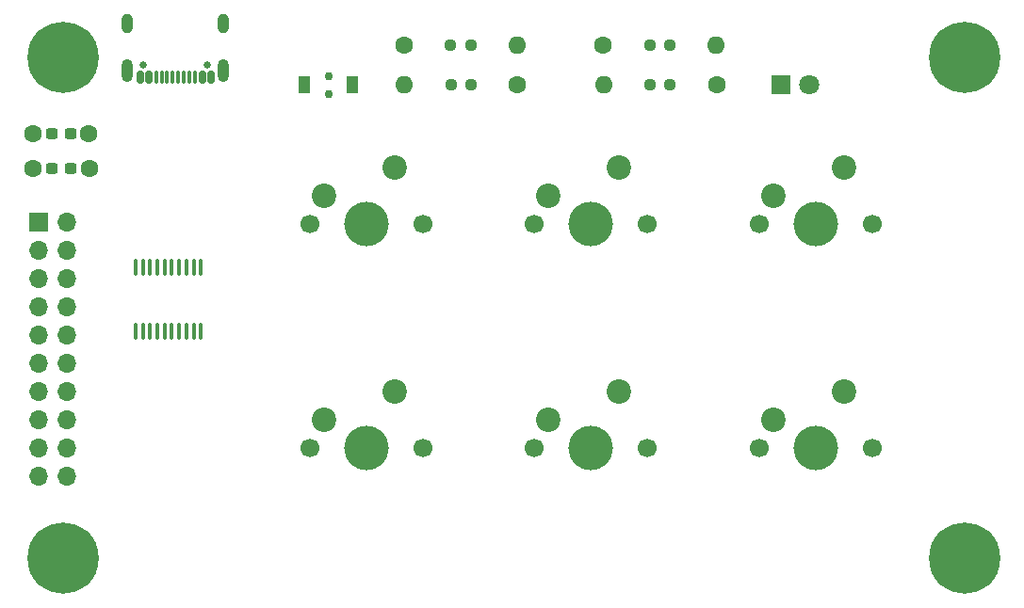
<source format=gbr>
%TF.GenerationSoftware,KiCad,Pcbnew,7.0.8*%
%TF.CreationDate,2024-02-24T16:57:54+09:00*%
%TF.ProjectId,ch552t_tinypad_board,63683535-3274-45f7-9469-6e797061645f,rev?*%
%TF.SameCoordinates,Original*%
%TF.FileFunction,Soldermask,Top*%
%TF.FilePolarity,Negative*%
%FSLAX46Y46*%
G04 Gerber Fmt 4.6, Leading zero omitted, Abs format (unit mm)*
G04 Created by KiCad (PCBNEW 7.0.8) date 2024-02-24 16:57:54*
%MOMM*%
%LPD*%
G01*
G04 APERTURE LIST*
G04 Aperture macros list*
%AMRoundRect*
0 Rectangle with rounded corners*
0 $1 Rounding radius*
0 $2 $3 $4 $5 $6 $7 $8 $9 X,Y pos of 4 corners*
0 Add a 4 corners polygon primitive as box body*
4,1,4,$2,$3,$4,$5,$6,$7,$8,$9,$2,$3,0*
0 Add four circle primitives for the rounded corners*
1,1,$1+$1,$2,$3*
1,1,$1+$1,$4,$5*
1,1,$1+$1,$6,$7*
1,1,$1+$1,$8,$9*
0 Add four rect primitives between the rounded corners*
20,1,$1+$1,$2,$3,$4,$5,0*
20,1,$1+$1,$4,$5,$6,$7,0*
20,1,$1+$1,$6,$7,$8,$9,0*
20,1,$1+$1,$8,$9,$2,$3,0*%
G04 Aperture macros list end*
%ADD10C,0.800000*%
%ADD11C,6.400000*%
%ADD12C,1.600000*%
%ADD13RoundRect,0.237500X0.250000X0.237500X-0.250000X0.237500X-0.250000X-0.237500X0.250000X-0.237500X0*%
%ADD14O,1.600000X1.600000*%
%ADD15R,1.700000X1.700000*%
%ADD16O,1.700000X1.700000*%
%ADD17C,1.700000*%
%ADD18C,4.000000*%
%ADD19C,2.200000*%
%ADD20RoundRect,0.100000X0.100000X-0.637500X0.100000X0.637500X-0.100000X0.637500X-0.100000X-0.637500X0*%
%ADD21RoundRect,0.237500X-0.250000X-0.237500X0.250000X-0.237500X0.250000X0.237500X-0.250000X0.237500X0*%
%ADD22C,0.650000*%
%ADD23RoundRect,0.150000X0.150000X0.425000X-0.150000X0.425000X-0.150000X-0.425000X0.150000X-0.425000X0*%
%ADD24RoundRect,0.075000X0.075000X0.500000X-0.075000X0.500000X-0.075000X-0.500000X0.075000X-0.500000X0*%
%ADD25O,1.000000X2.100000*%
%ADD26O,1.000000X1.800000*%
%ADD27RoundRect,0.237500X0.300000X0.237500X-0.300000X0.237500X-0.300000X-0.237500X0.300000X-0.237500X0*%
%ADD28C,0.750000*%
%ADD29R,1.050000X1.600000*%
%ADD30R,1.800000X1.800000*%
%ADD31C,1.800000*%
G04 APERTURE END LIST*
D10*
%TO.C,H3*%
X41600000Y-81000000D03*
X42302944Y-79302944D03*
X42302944Y-82697056D03*
X44000000Y-78600000D03*
D11*
X44000000Y-81000000D03*
D10*
X44000000Y-83400000D03*
X45697056Y-79302944D03*
X45697056Y-82697056D03*
X46400000Y-81000000D03*
%TD*%
D12*
%TO.C,R1*%
X102708876Y-38461700D03*
D13*
X98542100Y-38455600D03*
X96717100Y-38455600D03*
D14*
X92548876Y-38461700D03*
%TD*%
D15*
%TO.C,J1*%
X41757600Y-50800000D03*
D16*
X44297600Y-50800000D03*
X41757600Y-53340000D03*
X44297600Y-53340000D03*
X41757600Y-55880000D03*
X44297600Y-55880000D03*
X41757600Y-58420000D03*
X44297600Y-58420000D03*
X41757600Y-60960000D03*
X44297600Y-60960000D03*
X41757600Y-63500000D03*
X44297600Y-63500000D03*
X41757600Y-66040000D03*
X44297600Y-66040000D03*
X41757600Y-68580000D03*
X44297600Y-68580000D03*
X41757600Y-71120000D03*
X44297600Y-71120000D03*
X41757600Y-73660000D03*
X44297600Y-73660000D03*
%TD*%
D10*
%TO.C,H1*%
X41600000Y-36000000D03*
X42302944Y-34302944D03*
X42302944Y-37697056D03*
X44000000Y-33600000D03*
D11*
X44000000Y-36000000D03*
D10*
X44000000Y-38400000D03*
X45697056Y-34302944D03*
X45697056Y-37697056D03*
X46400000Y-36000000D03*
%TD*%
D17*
%TO.C,SW6*%
X106560000Y-71120000D03*
D18*
X111640000Y-71120000D03*
D17*
X116720000Y-71120000D03*
D19*
X114180000Y-66040000D03*
X107830000Y-68580000D03*
%TD*%
D20*
%TO.C,U1*%
X50516600Y-60622100D03*
X51166600Y-60622100D03*
X51816600Y-60622100D03*
X52466600Y-60622100D03*
X53116600Y-60622100D03*
X53766600Y-60622100D03*
X54416600Y-60622100D03*
X55066600Y-60622100D03*
X55716600Y-60622100D03*
X56366600Y-60622100D03*
X56366600Y-54897100D03*
X55716600Y-54897100D03*
X55066600Y-54897100D03*
X54416600Y-54897100D03*
X53766600Y-54897100D03*
X53116600Y-54897100D03*
X52466600Y-54897100D03*
X51816600Y-54897100D03*
X51166600Y-54897100D03*
X50516600Y-54897100D03*
%TD*%
D12*
%TO.C,R3*%
X74627824Y-34842700D03*
D21*
X78794600Y-34848800D03*
X80619600Y-34848800D03*
D14*
X84787824Y-34842700D03*
%TD*%
D12*
%TO.C,R2*%
X84831076Y-38455600D03*
D13*
X80664300Y-38449500D03*
X78839300Y-38449500D03*
D14*
X74671076Y-38455600D03*
%TD*%
D17*
%TO.C,SW4*%
X66141600Y-71120000D03*
D18*
X71221600Y-71120000D03*
D17*
X76301600Y-71120000D03*
D19*
X73761600Y-66040000D03*
X67411600Y-68580000D03*
%TD*%
D17*
%TO.C,SW2*%
X86360000Y-50920000D03*
D18*
X91440000Y-50920000D03*
D17*
X96520000Y-50920000D03*
D19*
X93980000Y-45840000D03*
X87630000Y-48380000D03*
%TD*%
D22*
%TO.C,J2*%
X56984000Y-36641000D03*
X51204000Y-36641000D03*
D23*
X57294000Y-37716000D03*
X56494000Y-37716000D03*
D24*
X55344000Y-37716000D03*
X54344000Y-37716000D03*
X53844000Y-37716000D03*
X52844000Y-37716000D03*
D23*
X51694000Y-37716000D03*
X50894000Y-37716000D03*
D24*
X52344000Y-37716000D03*
X53344000Y-37716000D03*
X54844000Y-37716000D03*
X55844000Y-37716000D03*
D25*
X58414000Y-37141000D03*
D26*
X58414000Y-32961000D03*
D25*
X49774000Y-37141000D03*
D26*
X49774000Y-32961000D03*
%TD*%
D12*
%TO.C,C1*%
X46309053Y-42824400D03*
D27*
X44666706Y-42834400D03*
X42941706Y-42834400D03*
D12*
X41309053Y-42824400D03*
%TD*%
%TO.C,R4*%
X92534824Y-34868100D03*
D21*
X96701600Y-34874200D03*
X98526600Y-34874200D03*
D14*
X102694824Y-34868100D03*
%TD*%
D10*
%TO.C,H2*%
X122600000Y-36000000D03*
X123302944Y-34302944D03*
X123302944Y-37697056D03*
X125000000Y-33600000D03*
D11*
X125000000Y-36000000D03*
D10*
X125000000Y-38400000D03*
X126697056Y-34302944D03*
X126697056Y-37697056D03*
X127400000Y-36000000D03*
%TD*%
D17*
%TO.C,SW3*%
X106578400Y-50952400D03*
D18*
X111658400Y-50952400D03*
D17*
X116738400Y-50952400D03*
D19*
X114198400Y-45872400D03*
X107848400Y-48412400D03*
%TD*%
D17*
%TO.C,SW5*%
X86360000Y-71120000D03*
D18*
X91440000Y-71120000D03*
D17*
X96520000Y-71120000D03*
D19*
X93980000Y-66040000D03*
X87630000Y-68580000D03*
%TD*%
D10*
%TO.C,H4*%
X122600000Y-81000000D03*
X123302944Y-79302944D03*
X123302944Y-82697056D03*
X125000000Y-78600000D03*
D11*
X125000000Y-81000000D03*
D10*
X125000000Y-83400000D03*
X126697056Y-79302944D03*
X126697056Y-82697056D03*
X127400000Y-81000000D03*
%TD*%
D12*
%TO.C,C2*%
X46320947Y-45964000D03*
D27*
X44678600Y-45974000D03*
X42953600Y-45974000D03*
D12*
X41320947Y-45964000D03*
%TD*%
D17*
%TO.C,SW1*%
X66160000Y-50920000D03*
D18*
X71240000Y-50920000D03*
D17*
X76320000Y-50920000D03*
D19*
X73780000Y-45840000D03*
X67430000Y-48380000D03*
%TD*%
D28*
%TO.C,SW7*%
X67822876Y-37655600D03*
X67822876Y-39255600D03*
D29*
X65622876Y-38455600D03*
X70022876Y-38455600D03*
%TD*%
D30*
%TO.C,D1*%
X108498876Y-38455600D03*
D31*
X111038876Y-38455600D03*
%TD*%
M02*

</source>
